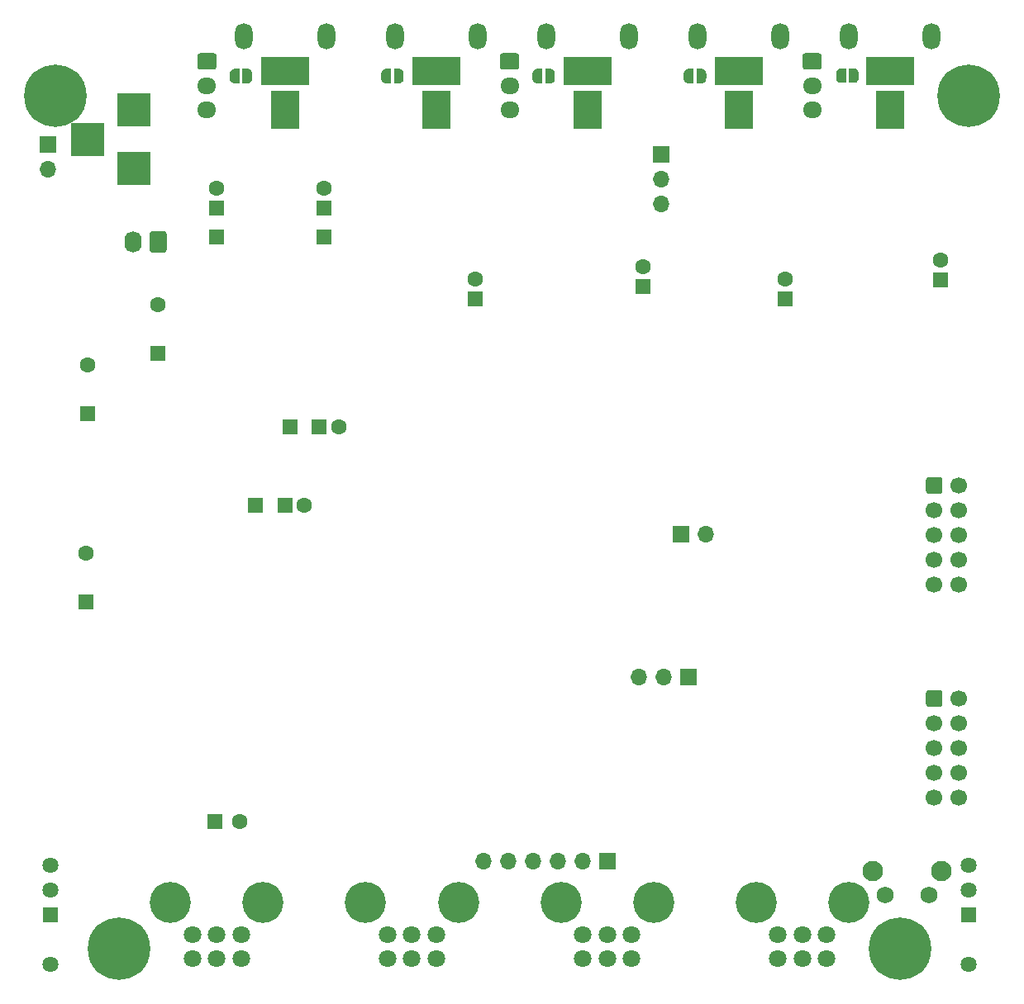
<source format=gbs>
G04 #@! TF.GenerationSoftware,KiCad,Pcbnew,(5.1.9-0-10_14)*
G04 #@! TF.CreationDate,2022-01-16T01:15:19+09:00*
G04 #@! TF.ProjectId,FreeDSP_Catamaran,46726565-4453-4505-9f43-6174616d6172,rev?*
G04 #@! TF.SameCoordinates,Original*
G04 #@! TF.FileFunction,Soldermask,Bot*
G04 #@! TF.FilePolarity,Negative*
%FSLAX46Y46*%
G04 Gerber Fmt 4.6, Leading zero omitted, Abs format (unit mm)*
G04 Created by KiCad (PCBNEW (5.1.9-0-10_14)) date 2022-01-16 01:15:19*
%MOMM*%
%LPD*%
G01*
G04 APERTURE LIST*
%ADD10C,0.100000*%
%ADD11C,4.200000*%
%ADD12C,1.800000*%
%ADD13O,1.950000X1.700000*%
%ADD14R,1.524000X1.524000*%
%ADD15C,1.600000*%
%ADD16R,1.600000X1.600000*%
%ADD17O,1.700000X1.700000*%
%ADD18R,1.700000X1.700000*%
%ADD19R,5.000000X3.000000*%
%ADD20R,3.000000X4.000000*%
%ADD21O,1.800000X2.700000*%
%ADD22C,1.700000*%
%ADD23R,3.500000X3.500000*%
%ADD24C,2.100000*%
%ADD25C,1.750000*%
%ADD26C,0.800000*%
%ADD27C,6.400000*%
%ADD28R,1.635000X1.635000*%
%ADD29C,1.635000*%
%ADD30O,1.740000X2.190000*%
G04 APERTURE END LIST*
D10*
G36*
X73150000Y-43750602D02*
G01*
X73174534Y-43750602D01*
X73223365Y-43755412D01*
X73271490Y-43764984D01*
X73318445Y-43779228D01*
X73363778Y-43798005D01*
X73407051Y-43821136D01*
X73447850Y-43848396D01*
X73485779Y-43879524D01*
X73520476Y-43914221D01*
X73551604Y-43952150D01*
X73578864Y-43992949D01*
X73601995Y-44036222D01*
X73620772Y-44081555D01*
X73635016Y-44128510D01*
X73644588Y-44176635D01*
X73649398Y-44225466D01*
X73649398Y-44250000D01*
X73650000Y-44250000D01*
X73650000Y-44750000D01*
X73649398Y-44750000D01*
X73649398Y-44774534D01*
X73644588Y-44823365D01*
X73635016Y-44871490D01*
X73620772Y-44918445D01*
X73601995Y-44963778D01*
X73578864Y-45007051D01*
X73551604Y-45047850D01*
X73520476Y-45085779D01*
X73485779Y-45120476D01*
X73447850Y-45151604D01*
X73407051Y-45178864D01*
X73363778Y-45201995D01*
X73318445Y-45220772D01*
X73271490Y-45235016D01*
X73223365Y-45244588D01*
X73174534Y-45249398D01*
X73150000Y-45249398D01*
X73150000Y-45250000D01*
X72650000Y-45250000D01*
X72650000Y-43750000D01*
X73150000Y-43750000D01*
X73150000Y-43750602D01*
G37*
G36*
X72350000Y-45250000D02*
G01*
X71850000Y-45250000D01*
X71850000Y-45249398D01*
X71825466Y-45249398D01*
X71776635Y-45244588D01*
X71728510Y-45235016D01*
X71681555Y-45220772D01*
X71636222Y-45201995D01*
X71592949Y-45178864D01*
X71552150Y-45151604D01*
X71514221Y-45120476D01*
X71479524Y-45085779D01*
X71448396Y-45047850D01*
X71421136Y-45007051D01*
X71398005Y-44963778D01*
X71379228Y-44918445D01*
X71364984Y-44871490D01*
X71355412Y-44823365D01*
X71350602Y-44774534D01*
X71350602Y-44750000D01*
X71350000Y-44750000D01*
X71350000Y-44250000D01*
X71350602Y-44250000D01*
X71350602Y-44225466D01*
X71355412Y-44176635D01*
X71364984Y-44128510D01*
X71379228Y-44081555D01*
X71398005Y-44036222D01*
X71421136Y-43992949D01*
X71448396Y-43952150D01*
X71479524Y-43914221D01*
X71514221Y-43879524D01*
X71552150Y-43848396D01*
X71592949Y-43821136D01*
X71636222Y-43798005D01*
X71681555Y-43779228D01*
X71728510Y-43764984D01*
X71776635Y-43755412D01*
X71825466Y-43750602D01*
X71850000Y-43750602D01*
X71850000Y-43750000D01*
X72350000Y-43750000D01*
X72350000Y-45250000D01*
G37*
G36*
X87350000Y-45249398D02*
G01*
X87325466Y-45249398D01*
X87276635Y-45244588D01*
X87228510Y-45235016D01*
X87181555Y-45220772D01*
X87136222Y-45201995D01*
X87092949Y-45178864D01*
X87052150Y-45151604D01*
X87014221Y-45120476D01*
X86979524Y-45085779D01*
X86948396Y-45047850D01*
X86921136Y-45007051D01*
X86898005Y-44963778D01*
X86879228Y-44918445D01*
X86864984Y-44871490D01*
X86855412Y-44823365D01*
X86850602Y-44774534D01*
X86850602Y-44750000D01*
X86850000Y-44750000D01*
X86850000Y-44250000D01*
X86850602Y-44250000D01*
X86850602Y-44225466D01*
X86855412Y-44176635D01*
X86864984Y-44128510D01*
X86879228Y-44081555D01*
X86898005Y-44036222D01*
X86921136Y-43992949D01*
X86948396Y-43952150D01*
X86979524Y-43914221D01*
X87014221Y-43879524D01*
X87052150Y-43848396D01*
X87092949Y-43821136D01*
X87136222Y-43798005D01*
X87181555Y-43779228D01*
X87228510Y-43764984D01*
X87276635Y-43755412D01*
X87325466Y-43750602D01*
X87350000Y-43750602D01*
X87350000Y-43750000D01*
X87850000Y-43750000D01*
X87850000Y-45250000D01*
X87350000Y-45250000D01*
X87350000Y-45249398D01*
G37*
G36*
X88150000Y-43750000D02*
G01*
X88650000Y-43750000D01*
X88650000Y-43750602D01*
X88674534Y-43750602D01*
X88723365Y-43755412D01*
X88771490Y-43764984D01*
X88818445Y-43779228D01*
X88863778Y-43798005D01*
X88907051Y-43821136D01*
X88947850Y-43848396D01*
X88985779Y-43879524D01*
X89020476Y-43914221D01*
X89051604Y-43952150D01*
X89078864Y-43992949D01*
X89101995Y-44036222D01*
X89120772Y-44081555D01*
X89135016Y-44128510D01*
X89144588Y-44176635D01*
X89149398Y-44225466D01*
X89149398Y-44250000D01*
X89150000Y-44250000D01*
X89150000Y-44750000D01*
X89149398Y-44750000D01*
X89149398Y-44774534D01*
X89144588Y-44823365D01*
X89135016Y-44871490D01*
X89120772Y-44918445D01*
X89101995Y-44963778D01*
X89078864Y-45007051D01*
X89051604Y-45047850D01*
X89020476Y-45085779D01*
X88985779Y-45120476D01*
X88947850Y-45151604D01*
X88907051Y-45178864D01*
X88863778Y-45201995D01*
X88818445Y-45220772D01*
X88771490Y-45235016D01*
X88723365Y-45244588D01*
X88674534Y-45249398D01*
X88650000Y-45249398D01*
X88650000Y-45250000D01*
X88150000Y-45250000D01*
X88150000Y-43750000D01*
G37*
G36*
X102855000Y-45249398D02*
G01*
X102830466Y-45249398D01*
X102781635Y-45244588D01*
X102733510Y-45235016D01*
X102686555Y-45220772D01*
X102641222Y-45201995D01*
X102597949Y-45178864D01*
X102557150Y-45151604D01*
X102519221Y-45120476D01*
X102484524Y-45085779D01*
X102453396Y-45047850D01*
X102426136Y-45007051D01*
X102403005Y-44963778D01*
X102384228Y-44918445D01*
X102369984Y-44871490D01*
X102360412Y-44823365D01*
X102355602Y-44774534D01*
X102355602Y-44750000D01*
X102355000Y-44750000D01*
X102355000Y-44250000D01*
X102355602Y-44250000D01*
X102355602Y-44225466D01*
X102360412Y-44176635D01*
X102369984Y-44128510D01*
X102384228Y-44081555D01*
X102403005Y-44036222D01*
X102426136Y-43992949D01*
X102453396Y-43952150D01*
X102484524Y-43914221D01*
X102519221Y-43879524D01*
X102557150Y-43848396D01*
X102597949Y-43821136D01*
X102641222Y-43798005D01*
X102686555Y-43779228D01*
X102733510Y-43764984D01*
X102781635Y-43755412D01*
X102830466Y-43750602D01*
X102855000Y-43750602D01*
X102855000Y-43750000D01*
X103355000Y-43750000D01*
X103355000Y-45250000D01*
X102855000Y-45250000D01*
X102855000Y-45249398D01*
G37*
G36*
X103655000Y-43750000D02*
G01*
X104155000Y-43750000D01*
X104155000Y-43750602D01*
X104179534Y-43750602D01*
X104228365Y-43755412D01*
X104276490Y-43764984D01*
X104323445Y-43779228D01*
X104368778Y-43798005D01*
X104412051Y-43821136D01*
X104452850Y-43848396D01*
X104490779Y-43879524D01*
X104525476Y-43914221D01*
X104556604Y-43952150D01*
X104583864Y-43992949D01*
X104606995Y-44036222D01*
X104625772Y-44081555D01*
X104640016Y-44128510D01*
X104649588Y-44176635D01*
X104654398Y-44225466D01*
X104654398Y-44250000D01*
X104655000Y-44250000D01*
X104655000Y-44750000D01*
X104654398Y-44750000D01*
X104654398Y-44774534D01*
X104649588Y-44823365D01*
X104640016Y-44871490D01*
X104625772Y-44918445D01*
X104606995Y-44963778D01*
X104583864Y-45007051D01*
X104556604Y-45047850D01*
X104525476Y-45085779D01*
X104490779Y-45120476D01*
X104452850Y-45151604D01*
X104412051Y-45178864D01*
X104368778Y-45201995D01*
X104323445Y-45220772D01*
X104276490Y-45235016D01*
X104228365Y-45244588D01*
X104179534Y-45249398D01*
X104155000Y-45249398D01*
X104155000Y-45250000D01*
X103655000Y-45250000D01*
X103655000Y-43750000D01*
G37*
G36*
X118350000Y-45249398D02*
G01*
X118325466Y-45249398D01*
X118276635Y-45244588D01*
X118228510Y-45235016D01*
X118181555Y-45220772D01*
X118136222Y-45201995D01*
X118092949Y-45178864D01*
X118052150Y-45151604D01*
X118014221Y-45120476D01*
X117979524Y-45085779D01*
X117948396Y-45047850D01*
X117921136Y-45007051D01*
X117898005Y-44963778D01*
X117879228Y-44918445D01*
X117864984Y-44871490D01*
X117855412Y-44823365D01*
X117850602Y-44774534D01*
X117850602Y-44750000D01*
X117850000Y-44750000D01*
X117850000Y-44250000D01*
X117850602Y-44250000D01*
X117850602Y-44225466D01*
X117855412Y-44176635D01*
X117864984Y-44128510D01*
X117879228Y-44081555D01*
X117898005Y-44036222D01*
X117921136Y-43992949D01*
X117948396Y-43952150D01*
X117979524Y-43914221D01*
X118014221Y-43879524D01*
X118052150Y-43848396D01*
X118092949Y-43821136D01*
X118136222Y-43798005D01*
X118181555Y-43779228D01*
X118228510Y-43764984D01*
X118276635Y-43755412D01*
X118325466Y-43750602D01*
X118350000Y-43750602D01*
X118350000Y-43750000D01*
X118850000Y-43750000D01*
X118850000Y-45250000D01*
X118350000Y-45250000D01*
X118350000Y-45249398D01*
G37*
G36*
X119150000Y-43750000D02*
G01*
X119650000Y-43750000D01*
X119650000Y-43750602D01*
X119674534Y-43750602D01*
X119723365Y-43755412D01*
X119771490Y-43764984D01*
X119818445Y-43779228D01*
X119863778Y-43798005D01*
X119907051Y-43821136D01*
X119947850Y-43848396D01*
X119985779Y-43879524D01*
X120020476Y-43914221D01*
X120051604Y-43952150D01*
X120078864Y-43992949D01*
X120101995Y-44036222D01*
X120120772Y-44081555D01*
X120135016Y-44128510D01*
X120144588Y-44176635D01*
X120149398Y-44225466D01*
X120149398Y-44250000D01*
X120150000Y-44250000D01*
X120150000Y-44750000D01*
X120149398Y-44750000D01*
X120149398Y-44774534D01*
X120144588Y-44823365D01*
X120135016Y-44871490D01*
X120120772Y-44918445D01*
X120101995Y-44963778D01*
X120078864Y-45007051D01*
X120051604Y-45047850D01*
X120020476Y-45085779D01*
X119985779Y-45120476D01*
X119947850Y-45151604D01*
X119907051Y-45178864D01*
X119863778Y-45201995D01*
X119818445Y-45220772D01*
X119771490Y-45235016D01*
X119723365Y-45244588D01*
X119674534Y-45249398D01*
X119650000Y-45249398D01*
X119650000Y-45250000D01*
X119150000Y-45250000D01*
X119150000Y-43750000D01*
G37*
G36*
X133970000Y-45199398D02*
G01*
X133945466Y-45199398D01*
X133896635Y-45194588D01*
X133848510Y-45185016D01*
X133801555Y-45170772D01*
X133756222Y-45151995D01*
X133712949Y-45128864D01*
X133672150Y-45101604D01*
X133634221Y-45070476D01*
X133599524Y-45035779D01*
X133568396Y-44997850D01*
X133541136Y-44957051D01*
X133518005Y-44913778D01*
X133499228Y-44868445D01*
X133484984Y-44821490D01*
X133475412Y-44773365D01*
X133470602Y-44724534D01*
X133470602Y-44700000D01*
X133470000Y-44700000D01*
X133470000Y-44200000D01*
X133470602Y-44200000D01*
X133470602Y-44175466D01*
X133475412Y-44126635D01*
X133484984Y-44078510D01*
X133499228Y-44031555D01*
X133518005Y-43986222D01*
X133541136Y-43942949D01*
X133568396Y-43902150D01*
X133599524Y-43864221D01*
X133634221Y-43829524D01*
X133672150Y-43798396D01*
X133712949Y-43771136D01*
X133756222Y-43748005D01*
X133801555Y-43729228D01*
X133848510Y-43714984D01*
X133896635Y-43705412D01*
X133945466Y-43700602D01*
X133970000Y-43700602D01*
X133970000Y-43700000D01*
X134470000Y-43700000D01*
X134470000Y-45200000D01*
X133970000Y-45200000D01*
X133970000Y-45199398D01*
G37*
G36*
X134770000Y-43700000D02*
G01*
X135270000Y-43700000D01*
X135270000Y-43700602D01*
X135294534Y-43700602D01*
X135343365Y-43705412D01*
X135391490Y-43714984D01*
X135438445Y-43729228D01*
X135483778Y-43748005D01*
X135527051Y-43771136D01*
X135567850Y-43798396D01*
X135605779Y-43829524D01*
X135640476Y-43864221D01*
X135671604Y-43902150D01*
X135698864Y-43942949D01*
X135721995Y-43986222D01*
X135740772Y-44031555D01*
X135755016Y-44078510D01*
X135764588Y-44126635D01*
X135769398Y-44175466D01*
X135769398Y-44200000D01*
X135770000Y-44200000D01*
X135770000Y-44700000D01*
X135769398Y-44700000D01*
X135769398Y-44724534D01*
X135764588Y-44773365D01*
X135755016Y-44821490D01*
X135740772Y-44868445D01*
X135721995Y-44913778D01*
X135698864Y-44957051D01*
X135671604Y-44997850D01*
X135640476Y-45035779D01*
X135605779Y-45070476D01*
X135567850Y-45101604D01*
X135527051Y-45128864D01*
X135483778Y-45151995D01*
X135438445Y-45170772D01*
X135391490Y-45185016D01*
X135343365Y-45194588D01*
X135294534Y-45199398D01*
X135270000Y-45199398D01*
X135270000Y-45200000D01*
X134770000Y-45200000D01*
X134770000Y-43700000D01*
G37*
D11*
X125250000Y-129200000D03*
X134750000Y-129200000D03*
D12*
X127500000Y-132500000D03*
X130000000Y-132500000D03*
X132500000Y-132500000D03*
X127500000Y-135000000D03*
X130000000Y-135000000D03*
X132500000Y-135000000D03*
G36*
G01*
X68275000Y-42150000D02*
X69725000Y-42150000D01*
G75*
G02*
X69975000Y-42400000I0J-250000D01*
G01*
X69975000Y-43600000D01*
G75*
G02*
X69725000Y-43850000I-250000J0D01*
G01*
X68275000Y-43850000D01*
G75*
G02*
X68025000Y-43600000I0J250000D01*
G01*
X68025000Y-42400000D01*
G75*
G02*
X68275000Y-42150000I250000J0D01*
G01*
G37*
D13*
X69000000Y-45500000D03*
X69000000Y-48000000D03*
D14*
X77500000Y-80500000D03*
D15*
X82500000Y-80500000D03*
D16*
X80500000Y-80500000D03*
D14*
X74000000Y-88500000D03*
D15*
X79000000Y-88500000D03*
D16*
X77000000Y-88500000D03*
D12*
X92500000Y-135000000D03*
X90000000Y-135000000D03*
X87500000Y-135000000D03*
X92500000Y-132500000D03*
X90000000Y-132500000D03*
X87500000Y-132500000D03*
D11*
X94750000Y-129200000D03*
X85250000Y-129200000D03*
G36*
G01*
X130275000Y-42150000D02*
X131725000Y-42150000D01*
G75*
G02*
X131975000Y-42400000I0J-250000D01*
G01*
X131975000Y-43600000D01*
G75*
G02*
X131725000Y-43850000I-250000J0D01*
G01*
X130275000Y-43850000D01*
G75*
G02*
X130025000Y-43600000I0J250000D01*
G01*
X130025000Y-42400000D01*
G75*
G02*
X130275000Y-42150000I250000J0D01*
G01*
G37*
D13*
X131000000Y-45500000D03*
X131000000Y-48000000D03*
X100000000Y-48000000D03*
X100000000Y-45500000D03*
G36*
G01*
X99275000Y-42150000D02*
X100725000Y-42150000D01*
G75*
G02*
X100975000Y-42400000I0J-250000D01*
G01*
X100975000Y-43600000D01*
G75*
G02*
X100725000Y-43850000I-250000J0D01*
G01*
X99275000Y-43850000D01*
G75*
G02*
X99025000Y-43600000I0J250000D01*
G01*
X99025000Y-42400000D01*
G75*
G02*
X99275000Y-42150000I250000J0D01*
G01*
G37*
D16*
X96520000Y-67310000D03*
D15*
X96520000Y-65310000D03*
X113665000Y-64040000D03*
D16*
X113665000Y-66040000D03*
X128270000Y-67310000D03*
D15*
X128270000Y-65310000D03*
X144145000Y-63405000D03*
D16*
X144145000Y-65405000D03*
D15*
X56769000Y-74154000D03*
D16*
X56769000Y-79154000D03*
X56642000Y-98425000D03*
D15*
X56642000Y-93425000D03*
D17*
X52705000Y-54040000D03*
D18*
X52705000Y-51500000D03*
D19*
X92500000Y-44000000D03*
D20*
X92500000Y-48000000D03*
D21*
X88250000Y-40450000D03*
X96750000Y-40450000D03*
G36*
G01*
X142660000Y-108931000D02*
X142660000Y-107731000D01*
G75*
G02*
X142910000Y-107481000I250000J0D01*
G01*
X144110000Y-107481000D01*
G75*
G02*
X144360000Y-107731000I0J-250000D01*
G01*
X144360000Y-108931000D01*
G75*
G02*
X144110000Y-109181000I-250000J0D01*
G01*
X142910000Y-109181000D01*
G75*
G02*
X142660000Y-108931000I0J250000D01*
G01*
G37*
D22*
X143510000Y-110871000D03*
X143510000Y-113411000D03*
X143510000Y-115951000D03*
X143510000Y-118491000D03*
X146050000Y-108331000D03*
X146050000Y-110871000D03*
X146050000Y-113411000D03*
X146050000Y-115951000D03*
X146050000Y-118491000D03*
D19*
X108000000Y-44000000D03*
D20*
X108000000Y-48000000D03*
D21*
X103750000Y-40450000D03*
X112250000Y-40450000D03*
X81250000Y-40450000D03*
X72750000Y-40450000D03*
D20*
X77000000Y-48000000D03*
D19*
X77000000Y-44000000D03*
D21*
X127750000Y-40450000D03*
X119250000Y-40450000D03*
D20*
X123500000Y-48000000D03*
D19*
X123500000Y-44000000D03*
D18*
X110000000Y-125000000D03*
D17*
X107460000Y-125000000D03*
X104920000Y-125000000D03*
X102380000Y-125000000D03*
X99840000Y-125000000D03*
X97300000Y-125000000D03*
D19*
X139000000Y-44000000D03*
D20*
X139000000Y-48000000D03*
D21*
X134750000Y-40450000D03*
X143250000Y-40450000D03*
D23*
X56800000Y-51000000D03*
X61500000Y-48000000D03*
X61500000Y-54000000D03*
D18*
X117560000Y-91440000D03*
D17*
X120100000Y-91440000D03*
D18*
X118367000Y-106103000D03*
D17*
X115827000Y-106103000D03*
X113287000Y-106103000D03*
D24*
X137240000Y-126010000D03*
D25*
X138500000Y-128500000D03*
X143000000Y-128500000D03*
D24*
X144250000Y-126010000D03*
D26*
X55197056Y-44802944D03*
X53500000Y-44100000D03*
X51802944Y-44802944D03*
X51100000Y-46500000D03*
X51802944Y-48197056D03*
X53500000Y-48900000D03*
X55197056Y-48197056D03*
X55900000Y-46500000D03*
D27*
X53500000Y-46500000D03*
D11*
X65250000Y-129200000D03*
X74750000Y-129200000D03*
D12*
X67500000Y-132500000D03*
X70000000Y-132500000D03*
X72500000Y-132500000D03*
X67500000Y-135000000D03*
X70000000Y-135000000D03*
X72500000Y-135000000D03*
D11*
X105250000Y-129200000D03*
X114750000Y-129200000D03*
D12*
X107500000Y-132500000D03*
X110000000Y-132500000D03*
X112500000Y-132500000D03*
X107500000Y-135000000D03*
X110000000Y-135000000D03*
X112500000Y-135000000D03*
D28*
X53000000Y-130500000D03*
D29*
X53000000Y-127960000D03*
X53000000Y-125420000D03*
X53000000Y-135580000D03*
X147000000Y-135580000D03*
X147000000Y-125420000D03*
X147000000Y-127960000D03*
D28*
X147000000Y-130500000D03*
G36*
G01*
X142660000Y-87087000D02*
X142660000Y-85887000D01*
G75*
G02*
X142910000Y-85637000I250000J0D01*
G01*
X144110000Y-85637000D01*
G75*
G02*
X144360000Y-85887000I0J-250000D01*
G01*
X144360000Y-87087000D01*
G75*
G02*
X144110000Y-87337000I-250000J0D01*
G01*
X142910000Y-87337000D01*
G75*
G02*
X142660000Y-87087000I0J250000D01*
G01*
G37*
D22*
X143510000Y-89027000D03*
X143510000Y-91567000D03*
X143510000Y-94107000D03*
X143510000Y-96647000D03*
X146050000Y-86487000D03*
X146050000Y-89027000D03*
X146050000Y-91567000D03*
X146050000Y-94107000D03*
X146050000Y-96647000D03*
D27*
X60000000Y-134000000D03*
X140000000Y-134000000D03*
X147000000Y-46500000D03*
D16*
X69850000Y-120904000D03*
D15*
X72350000Y-120904000D03*
D16*
X81000000Y-58000000D03*
D15*
X81000000Y-56000000D03*
D14*
X81000000Y-61000000D03*
X70000000Y-61000000D03*
D15*
X70000000Y-56000000D03*
D16*
X70000000Y-58000000D03*
G36*
G01*
X64870000Y-60654999D02*
X64870000Y-62345001D01*
G75*
G02*
X64620001Y-62595000I-249999J0D01*
G01*
X63379999Y-62595000D01*
G75*
G02*
X63130000Y-62345001I0J249999D01*
G01*
X63130000Y-60654999D01*
G75*
G02*
X63379999Y-60405000I249999J0D01*
G01*
X64620001Y-60405000D01*
G75*
G02*
X64870000Y-60654999I0J-249999D01*
G01*
G37*
D30*
X61460000Y-61500000D03*
D18*
X115500000Y-52500000D03*
D17*
X115500000Y-55040000D03*
X115500000Y-57580000D03*
D16*
X64000000Y-72900000D03*
D15*
X64000000Y-67900000D03*
M02*

</source>
